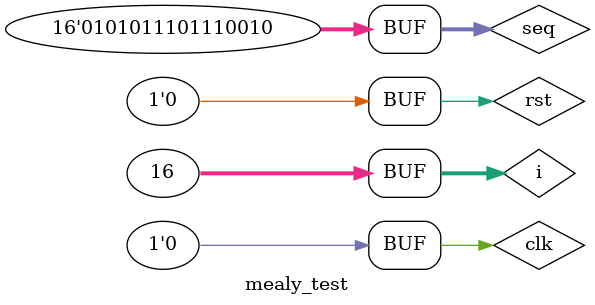
<source format=v>
module mealy_test;
    reg rst,clk,inp;
    wire outp;
    
    reg [15:0] seq;
    integer i;
    
    mealy ml(outp,clk,rst,inp);
    
    initial
    begin
       clk=0;
       rst=1;
       seq = 16'b0101_0111_0111_0010;
       #5 rst=0;
       
       for(i=0;i<=15;i=i+1)
       begin
          inp = seq[i];
          #2 clk=1;
          #2 clk=0;
          $display("State= ",ml.state,"|Input=",inp,"|outp=",outp);
      end
      testing;
  end
  
  task testing;
     for(i=0;i<=15;i=i+1)
     begin
        inp = $random%2;
        #2 clk=1;
        #2 clk=0;
        $display("State= ",ml.state,"|Input=",inp,"|outp=",outp);
    end
  endtask
endmodule
            

</source>
